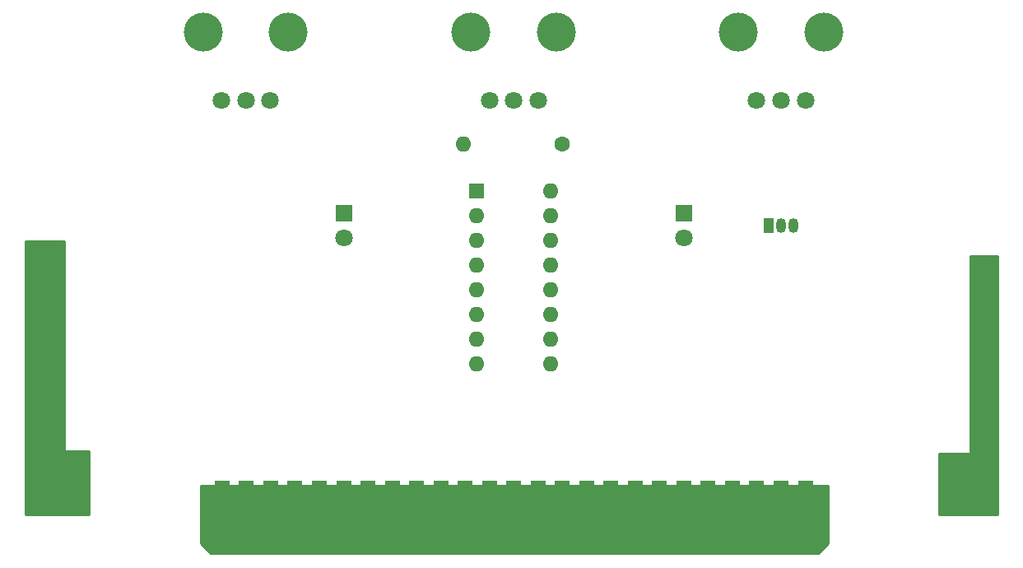
<source format=gbr>
G04 #@! TF.GenerationSoftware,KiCad,Pcbnew,(5.1.10)-1*
G04 #@! TF.CreationDate,2021-07-19T15:36:03-05:00*
G04 #@! TF.ProjectId,ConsolePedalDelaySMT,436f6e73-6f6c-4655-9065-64616c44656c,rev?*
G04 #@! TF.SameCoordinates,Original*
G04 #@! TF.FileFunction,Soldermask,Bot*
G04 #@! TF.FilePolarity,Negative*
%FSLAX46Y46*%
G04 Gerber Fmt 4.6, Leading zero omitted, Abs format (unit mm)*
G04 Created by KiCad (PCBNEW (5.1.10)-1) date 2021-07-19 15:36:03*
%MOMM*%
%LPD*%
G01*
G04 APERTURE LIST*
%ADD10R,1.800000X1.800000*%
%ADD11C,1.800000*%
%ADD12R,1.500000X7.000000*%
%ADD13C,5.000000*%
%ADD14C,1.600000*%
%ADD15O,1.600000X1.600000*%
%ADD16C,4.000000*%
%ADD17O,1.050000X1.500000*%
%ADD18R,1.050000X1.500000*%
%ADD19R,1.600000X1.600000*%
%ADD20C,0.254000*%
%ADD21C,0.100000*%
G04 APERTURE END LIST*
D10*
G04 #@! TO.C,D3*
X115250000Y-95000000D03*
D11*
X115250000Y-97540000D03*
G04 #@! TD*
G04 #@! TO.C,D2*
X150250000Y-97540000D03*
D10*
X150250000Y-95000000D03*
G04 #@! TD*
D12*
G04 #@! TO.C,J1*
X102715000Y-126000000D03*
X105215000Y-126000000D03*
X107715000Y-126000000D03*
X110215000Y-126000000D03*
X112715000Y-126000000D03*
X115215000Y-126000000D03*
X117715000Y-126000000D03*
X120215000Y-126000000D03*
X122715000Y-126000000D03*
X125215000Y-126000000D03*
X127715000Y-126000000D03*
X130215000Y-126000000D03*
X132715000Y-126000000D03*
X135215000Y-126000000D03*
X137715000Y-126000000D03*
X140215000Y-126000000D03*
X142715000Y-126000000D03*
X145215000Y-126000000D03*
X147715000Y-126000000D03*
X150215000Y-126000000D03*
X152715000Y-126000000D03*
X155215000Y-126000000D03*
X157715000Y-126000000D03*
X160215000Y-126000000D03*
X162715000Y-126000000D03*
G04 #@! TD*
D13*
G04 #@! TO.C,H1*
X85350000Y-122600000D03*
G04 #@! TD*
G04 #@! TO.C,H2*
X180150000Y-122600000D03*
G04 #@! TD*
D14*
G04 #@! TO.C,R21*
X137668000Y-87884000D03*
D15*
X127508000Y-87884000D03*
G04 #@! TD*
D11*
G04 #@! TO.C,RV1*
X102639000Y-83439000D03*
X105139000Y-83439000D03*
X107639000Y-83439000D03*
D16*
X100739000Y-76439000D03*
X109539000Y-76439000D03*
G04 #@! TD*
G04 #@! TO.C,RV2*
X137115000Y-76439000D03*
X128315000Y-76439000D03*
D11*
X135215000Y-83439000D03*
X132715000Y-83439000D03*
X130215000Y-83439000D03*
G04 #@! TD*
G04 #@! TO.C,RV3*
X157715000Y-83439000D03*
X160215000Y-83439000D03*
X162715000Y-83439000D03*
D16*
X155815000Y-76439000D03*
X164615000Y-76439000D03*
G04 #@! TD*
D17*
G04 #@! TO.C,U3*
X160215000Y-96270000D03*
X161485000Y-96270000D03*
D18*
X158945000Y-96270000D03*
G04 #@! TD*
D19*
G04 #@! TO.C,U2*
X128905000Y-92710000D03*
D15*
X136525000Y-110490000D03*
X128905000Y-95250000D03*
X136525000Y-107950000D03*
X128905000Y-97790000D03*
X136525000Y-105410000D03*
X128905000Y-100330000D03*
X136525000Y-102870000D03*
X128905000Y-102870000D03*
X136525000Y-100330000D03*
X128905000Y-105410000D03*
X136525000Y-97790000D03*
X128905000Y-107950000D03*
X136525000Y-95250000D03*
X128905000Y-110490000D03*
X136525000Y-92710000D03*
G04 #@! TD*
D20*
X165000000Y-129000000D02*
X164000000Y-130000000D01*
X101500000Y-130000000D01*
X100500000Y-129000000D01*
X100500000Y-123063000D01*
X165000000Y-123063000D01*
X165000000Y-129000000D01*
D21*
G36*
X165000000Y-129000000D02*
G01*
X164000000Y-130000000D01*
X101500000Y-130000000D01*
X100500000Y-129000000D01*
X100500000Y-123063000D01*
X165000000Y-123063000D01*
X165000000Y-129000000D01*
G37*
D20*
X86487000Y-119380000D02*
X86489440Y-119404776D01*
X86496667Y-119428601D01*
X86508403Y-119450557D01*
X86524197Y-119469803D01*
X86543443Y-119485597D01*
X86565399Y-119497333D01*
X86589224Y-119504560D01*
X86614000Y-119507000D01*
X89000000Y-119507000D01*
X89000000Y-126000000D01*
X82500000Y-126000000D01*
X82500000Y-97917000D01*
X86487000Y-97917000D01*
X86487000Y-119380000D01*
D21*
G36*
X86487000Y-119380000D02*
G01*
X86489440Y-119404776D01*
X86496667Y-119428601D01*
X86508403Y-119450557D01*
X86524197Y-119469803D01*
X86543443Y-119485597D01*
X86565399Y-119497333D01*
X86589224Y-119504560D01*
X86614000Y-119507000D01*
X89000000Y-119507000D01*
X89000000Y-126000000D01*
X82500000Y-126000000D01*
X82500000Y-97917000D01*
X86487000Y-97917000D01*
X86487000Y-119380000D01*
G37*
D20*
X182499000Y-126000000D02*
X176500000Y-126000000D01*
X176500000Y-119761000D01*
X179578000Y-119761000D01*
X179602776Y-119758560D01*
X179626601Y-119751333D01*
X179648557Y-119739597D01*
X179667803Y-119723803D01*
X179683597Y-119704557D01*
X179695333Y-119682601D01*
X179702560Y-119658776D01*
X179705000Y-119634000D01*
X179705000Y-99441000D01*
X182499000Y-99441000D01*
X182499000Y-126000000D01*
D21*
G36*
X182499000Y-126000000D02*
G01*
X176500000Y-126000000D01*
X176500000Y-119761000D01*
X179578000Y-119761000D01*
X179602776Y-119758560D01*
X179626601Y-119751333D01*
X179648557Y-119739597D01*
X179667803Y-119723803D01*
X179683597Y-119704557D01*
X179695333Y-119682601D01*
X179702560Y-119658776D01*
X179705000Y-119634000D01*
X179705000Y-99441000D01*
X182499000Y-99441000D01*
X182499000Y-126000000D01*
G37*
M02*

</source>
